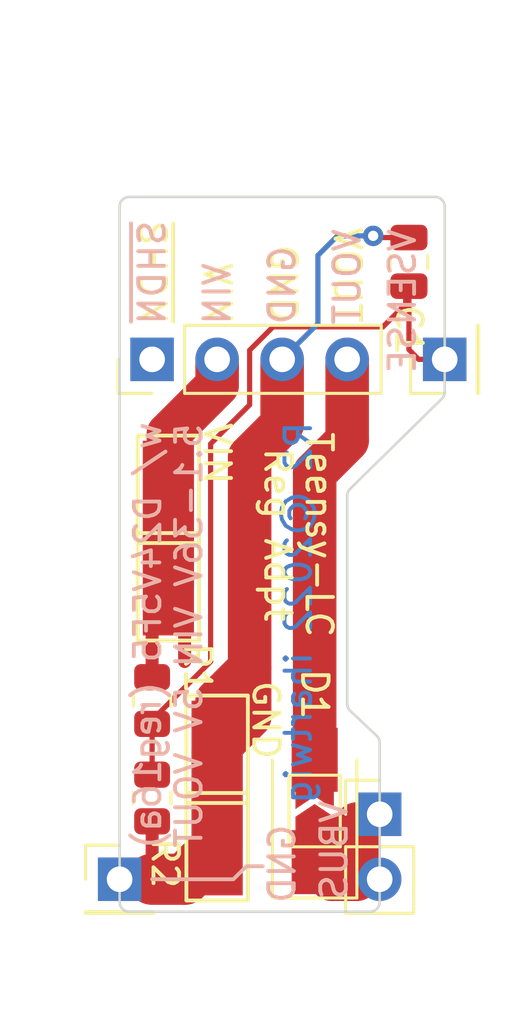
<source format=kicad_pcb>
(kicad_pcb (version 20211014) (generator pcbnew)
  (layers (0 "F.Cu" signal) (31 "B.Cu" signal) (34 "B.Paste" user) (35 "F.Paste" user) (36 "B.SilkS" user "B.Silkscreen") (37 "F.SilkS" user "F.Silkscreen") (38 "B.Mask" user) (39 "F.Mask" user) (44 "Edge.Cuts" user))
  (net 0 "")
  (net 1 "GND")
  (net 3 "+12V")
  (net 4 "+5V")
  (net 5 "/P12V_SENSE")
  (net 6 "/VBUS")
  (footprint "Connector_PinHeader_2.54mm:PinHeader_1x01_P2.54mm_Vertical" (layer "F.Cu") (at 161.29 88.9 90)
    (fp_text reference "J4" hide)
    (fp_text value "Conn_01x01")
    (fp_line (start -1.33 1.33) (end 1.33 1.33) (layer "F.SilkS") (width 0.12))
    (fp_line (start -1.33 1.27) (end -1.33 1.33) (layer "F.SilkS") (width 0.12))
    (fp_line (start -1.33 1.27) (end 1.33 1.27) (layer "F.SilkS") (width 0.12))
    (fp_line (start 1.33 1.27) (end 1.33 1.33) (layer "F.SilkS") (width 0.12))
    (fp_line (start -1.33 -1.33) (end 0 -1.33) (layer "F.SilkS") (width 0.12))
    (fp_line (start -1.33 0) (end -1.33 -1.33) (layer "F.SilkS") (width 0.12))
    (pad "1" thru_hole rect (at 0 0 90) (size 1.7 1.7) (drill 1) (layers *.Cu *.Mask) (net 5 "/P12V_SENSE"))
  )
  (footprint "TestPoint:TestPoint_Keystone_5019_Minature" (layer "F.Cu") (at 150.495 93.98 90)
    (fp_text reference "TP3" hide)
    (fp_text value "TestPoint")
    (fp_line (start -2.1 -1.2) (end 2.1 -1.2) (layer "F.SilkS") (width 0.15))
    (fp_line (start 2.1 1.2) (end -2.1 1.2) (layer "F.SilkS") (width 0.15))
    (fp_line (start -2.1 1.2) (end -2.1 -1.2) (layer "F.SilkS") (width 0.15))
    (fp_line (start 2.1 -1.2) (end 2.1 1.2) (layer "F.SilkS") (width 0.15))
    (pad "1" smd rect (at 0 0 90) (size 3.8 2) (layers "F.Cu" "F.Paste" "F.Mask") (net 3 "+12V"))
  )
  (footprint "TestPoint:TestPoint_Keystone_5019_Minature" (layer "F.Cu") (at 152.4 107.95 90)
    (fp_text reference "TP2" hide)
    (fp_text value "TestPoint")
    (fp_line (start -2.1 1.2) (end -2.1 -1.2) (layer "F.SilkS") (width 0.15))
    (fp_line (start 2.1 1.2) (end -2.1 1.2) (layer "F.SilkS") (width 0.15))
    (fp_line (start 2.1 -1.2) (end 2.1 1.2) (layer "F.SilkS") (width 0.15))
    (fp_line (start -2.1 -1.2) (end 2.1 -1.2) (layer "F.SilkS") (width 0.15))
    (pad "1" smd rect (at 0 0 90) (size 3.8 2) (layers "F.Cu" "F.Paste" "F.Mask") (net 1 "GND"))
  )
  (footprint "Connector_PinHeader_2.54mm:PinHeader_1x04_P2.54mm_Vertical" (layer "F.Cu") (at 149.86 88.9 90)
    (fp_text reference "J2" hide)
    (fp_text value "Conn_01x04")
    (fp_line (start -1.33 -1.33) (end 0 -1.33) (layer "F.SilkS") (width 0.12))
    (fp_line (start -1.33 8.95) (end 1.33 8.95) (layer "F.SilkS") (width 0.12))
    (fp_line (start -1.33 1.27) (end -1.33 8.95) (layer "F.SilkS") (width 0.12))
    (fp_line (start -1.33 0) (end -1.33 -1.33) (layer "F.SilkS") (width 0.12))
    (fp_line (start 1.33 1.27) (end 1.33 8.95) (layer "F.SilkS") (width 0.12))
    (fp_line (start -1.33 1.27) (end 1.33 1.27) (layer "F.SilkS") (width 0.12))
    (pad "1" thru_hole rect (at 0 0 90) (size 1.7 1.7) (drill 1) (layers *.Cu *.Mask))
    (pad "2" thru_hole oval (at 0 2.54 90) (size 1.7 1.7) (drill 1) (layers *.Cu *.Mask) (net 3 "+12V"))
    (pad "3" thru_hole oval (at 0 5.08 90) (size 1.7 1.7) (drill 1) (layers *.Cu *.Mask) (net 1 "GND"))
    (pad "4" thru_hole oval (at 0 7.62 90) (size 1.7 1.7) (drill 1) (layers *.Cu *.Mask) (net 4 "+5V"))
  )
  (footprint "Resistor_SMD:R_0805_2012Metric" (layer "F.Cu") (at 149.86 102.235 -90)
    (fp_text reference "R1" (at -1.27 -1.778 -90 unlocked) (layer "F.SilkS"))
    (fp_text value "R_Small")
    (fp_line (start -0.227064 0.735) (end 0.227064 0.735) (layer "F.SilkS") (width 0.12))
    (fp_line (start -0.227064 -0.735) (end 0.227064 -0.735) (layer "F.SilkS") (width 0.12))
    (pad "1" smd roundrect (at -0.9125 0 270) (size 1.025 1.4) (layers "F.Cu" "F.Paste" "F.Mask") (roundrect_rratio 0.243902439) (net 3 "+12V"))
    (pad "2" smd roundrect (at 0.9125 0 270) (size 1.025 1.4) (layers "F.Cu" "F.Paste" "F.Mask") (roundrect_rratio 0.243902439) (net 5 "/P12V_SENSE"))
  )
  (footprint "Jumper:SolderJumper-2_P1.3mm_Open_TrianglePad1.0x1.5mm" (layer "F.Cu") (at 156.21 106.553 90)
    (fp_text reference "JP1" hide)
    (fp_text value "SolderJumper_2_Open")
    (fp_line (start -1.4 -1) (end 1.4 -1) (layer "F.SilkS") (width 0.12))
    (fp_line (start 1.4 -1) (end 1.4 1) (layer "F.SilkS") (width 0.12))
    (fp_line (start -1.4 1) (end -1.4 -1) (layer "F.SilkS") (width 0.12))
    (fp_line (start 1.4 1) (end -1.4 1) (layer "F.SilkS") (width 0.12))
    (pad "1" smd custom (at -0.725 0 90) (size 0.3 0.3) (layers "F.Cu" "F.Mask") (net 6 "/VBUS") (options (clearance outline) (anchor rect)) (primitives (gr_poly (pts (xy 1 0) (xy 0.5 0.75) (xy -0.5 0.75) (xy -0.5 -0.75) (xy 0.5 -0.75)) (width 0) (fill yes))))
    (pad "2" smd custom (at 0.725 0 90) (size 0.3 0.3) (layers "F.Cu" "F.Mask") (net 4 "+5V") (options (clearance outline) (anchor rect)) (primitives (gr_poly (pts (xy 0.5 0.75) (xy -0.65 0.75) (xy -0.15 0) (xy -0.65 -0.75) (xy 0.5 -0.75)) (width 0) (fill yes))))
  )
  (footprint "Connector_PinHeader_2.54mm:PinHeader_1x02_P2.54mm_Vertical" (layer "F.Cu") (at 158.75 106.68)
    (fp_text reference "J3" hide)
    (fp_text value "Conn_01x02")
    (fp_line (start 1.33 1.27) (end 1.33 3.87) (layer "F.SilkS") (width 0.12))
    (fp_line (start -1.33 3.87) (end 1.33 3.87) (layer "F.SilkS") (width 0.12))
    (fp_line (start -1.33 0) (end -1.33 -1.33) (layer "F.SilkS") (width 0.12))
    (fp_line (start -1.33 -1.33) (end 0 -1.33) (layer "F.SilkS") (width 0.12))
    (fp_line (start -1.33 1.27) (end 1.33 1.27) (layer "F.SilkS") (width 0.12))
    (fp_line (start -1.33 1.27) (end -1.33 3.87) (layer "F.SilkS") (width 0.12))
    (pad "1" thru_hole rect (at 0 0) (size 1.7 1.7) (drill 1) (layers *.Cu *.Mask) (net 6 "/VBUS"))
    (pad "2" thru_hole oval (at 0 2.54) (size 1.7 1.7) (drill 1) (layers *.Cu *.Mask) (net 6 "/VBUS"))
  )
  (footprint "Diode_SMD:D_SMA" (layer "F.Cu") (at 156.21 106.553 90)
    (fp_text reference "D1" (at 4.572 0 270 unlocked) (layer "F.SilkS"))
    (fp_text value "SK220")
    (fp_line (start -3.4 -1.65) (end -3.4 1.65) (layer "F.SilkS") (width 0.12))
    (fp_line (start -3.4 -1.65) (end 2 -1.65) (layer "F.SilkS") (width 0.12))
    (fp_line (start -3.4 1.65) (end 2 1.65) (layer "F.SilkS") (width 0.12))
    (pad "1" smd rect (at -2 0 90) (size 2.5 1.8) (layers "F.Cu" "F.Paste" "F.Mask") (net 6 "/VBUS"))
    (pad "2" smd rect (at 2 0 90) (size 2.5 1.8) (layers "F.Cu" "F.Paste" "F.Mask") (net 4 "+5V"))
  )
  (footprint "TestPoint:TestPoint_Keystone_5019_Minature" (layer "F.Cu") (at 150.495 97.79 90)
    (fp_text reference "TP1" hide)
    (fp_text value "TestPoint")
    (fp_line (start -2.1 1.2) (end -2.1 -1.2) (layer "F.SilkS") (width 0.15))
    (fp_line (start 2.1 1.2) (end -2.1 1.2) (layer "F.SilkS") (width 0.15))
    (fp_line (start -2.1 -1.2) (end 2.1 -1.2) (layer "F.SilkS") (width 0.15))
    (fp_line (start 2.1 -1.2) (end 2.1 1.2) (layer "F.SilkS") (width 0.15))
    (pad "1" smd rect (at 0 0 90) (size 3.8 2) (layers "F.Cu" "F.Paste" "F.Mask") (net 3 "+12V"))
  )
  (footprint "Resistor_SMD:R_0805_2012Metric" (layer "F.Cu") (at 149.86 106.045 -90)
    (fp_text reference "R2" (at 2.54 -0.508 -90 unlocked) (layer "F.SilkS"))
    (fp_text value "R_Small")
    (fp_line (start -0.227064 -0.735) (end 0.227064 -0.735) (layer "F.SilkS") (width 0.12))
    (fp_line (start -0.227064 0.735) (end 0.227064 0.735) (layer "F.SilkS") (width 0.12))
    (pad "1" smd roundrect (at -0.9125 0 270) (size 1.025 1.4) (layers "F.Cu" "F.Paste" "F.Mask") (roundrect_rratio 0.243902439) (net 5 "/P12V_SENSE"))
    (pad "2" smd roundrect (at 0.9125 0 270) (size 1.025 1.4) (layers "F.Cu" "F.Paste" "F.Mask") (roundrect_rratio 0.243902439) (net 1 "GND"))
  )
  (footprint "Connector_PinHeader_2.54mm:PinHeader_1x01_P2.54mm_Vertical" (layer "F.Cu") (at 148.59 109.22)
    (fp_text reference "J1" hide)
    (fp_text value "Conn_01x01")
    (fp_line (start -1.33 1.33) (end 1.33 1.33) (layer "F.SilkS") (width 0.12))
    (fp_line (start -1.33 0) (end -1.33 -1.33) (layer "F.SilkS") (width 0.12))
    (fp_line (start -1.33 1.27) (end 1.33 1.27) (layer "F.SilkS") (width 0.12))
    (fp_line (start -1.33 -1.33) (end 0 -1.33) (layer "F.SilkS") (width 0.12))
    (fp_line (start -1.33 1.27) (end -1.33 1.33) (layer "F.SilkS") (width 0.12))
    (fp_line (start 1.33 1.27) (end 1.33 1.33) (layer "F.SilkS") (width 0.12))
    (pad "1" thru_hole rect (at 0 0) (size 1.7 1.7) (drill 1) (layers *.Cu *.Mask) (net 1 "GND"))
  )
  (footprint "Capacitor_SMD:C_0805_2012Metric" (layer "F.Cu") (at 159.893 85.09 90)
    (fp_text reference "C1" (at -2.667 0 270 unlocked) (layer "F.SilkS"))
    (fp_text value "C_Small")
    (fp_line (start -0.261252 -0.735) (end 0.261252 -0.735) (layer "F.SilkS") (width 0.12))
    (fp_line (start -0.261252 0.735) (end 0.261252 0.735) (layer "F.SilkS") (width 0.12))
    (pad "1" smd roundrect (at -0.95 0 90) (size 1 1.45) (layers "F.Cu" "F.Paste" "F.Mask") (net 5 "/P12V_SENSE"))
    (pad "2" smd roundrect (at 0.95 0 90) (size 1 1.45) (layers "F.Cu" "F.Paste" "F.Mask") (net 1 "GND"))
  )
  (footprint "TestPoint:TestPoint_Keystone_5019_Minature" (layer "F.Cu") (at 152.4 104.14 90)
    (fp_text reference "TP4" hide)
    (fp_text value "TestPoint")
    (fp_line (start 2.1 -1.2) (end 2.1 1.2) (layer "F.SilkS") (width 0.15))
    (fp_line (start 2.1 1.2) (end -2.1 1.2) (layer "F.SilkS") (width 0.15))
    (fp_line (start -2.1 1.2) (end -2.1 -1.2) (layer "F.SilkS") (width 0.15))
    (fp_line (start -2.1 -1.2) (end 2.1 -1.2) (layer "F.SilkS") (width 0.15))
    (pad "1" smd rect (at 0 0 90) (size 3.8 2) (layers "F.Cu" "F.Paste" "F.Mask") (net 1 "GND"))
  )
  (gr_line (start 153.543 108.712) (end 154.178 108.712) (layer "B.SilkS") (width 0.15))
  (gr_line (start 153.035 109.22) (end 153.543 108.712) (layer "B.SilkS") (width 0.15))
  (gr_line (start 149.86 109.22) (end 153.035 109.22) (layer "B.SilkS") (width 0.15))
  (gr_line (start 161.29 82.931) (end 161.29 90.17) (layer "Edge.Cuts") (width 0.1))
  (gr_line (start 158.638398 103.616597) (end 157.591592 102.631408) (layer "Edge.Cuts") (width 0.1))
  (gr_line (start 161.178408 90.439408) (end 157.591592 93.964592) (layer "Edge.Cuts") (width 0.1))
  (gr_arc (start 158.75 110.109) (mid 158.638408 110.378408) (end 158.369 110.49) (layer "Edge.Cuts") (width 0.1))
  (gr_arc (start 148.971 110.49) (mid 148.701592 110.378408) (end 148.59 110.109) (layer "Edge.Cuts") (width 0.1))
  (gr_line (start 157.48 94.234) (end 157.48 102.362) (layer "Edge.Cuts") (width 0.1))
  (gr_arc (start 158.638398 103.616597) (mid 158.720989 103.740202) (end 158.74999 103.886005) (layer "Edge.Cuts") (width 0.1))
  (gr_line (start 148.971 82.55) (end 160.909 82.55) (layer "Edge.Cuts") (width 0.1))
  (gr_arc (start 157.591592 102.631408) (mid 157.509001 102.507803) (end 157.48 102.362) (layer "Edge.Cuts") (width 0.1))
  (gr_arc (start 157.48 94.234) (mid 157.509002 94.088198) (end 157.591592 93.964592) (layer "Edge.Cuts") (width 0.1))
  (gr_line (start 148.59 110.109) (end 148.59 82.931) (layer "Edge.Cuts") (width 0.1))
  (gr_arc (start 148.59 82.931) (mid 148.701592 82.661592) (end 148.971 82.55) (layer "Edge.Cuts") (width 0.1))
  (gr_line (start 158.74999 103.886005) (end 158.75 110.109) (layer "Edge.Cuts") (width 0.1))
  (gr_line (start 158.369 110.49) (end 148.971 110.49) (layer "Edge.Cuts") (width 0.1))
  (gr_arc (start 161.29 90.17) (mid 161.260998 90.315802) (end 161.178408 90.439408) (layer "Edge.Cuts") (width 0.1))
  (gr_arc (start 160.909 82.55) (mid 161.178408 82.661592) (end 161.29 82.931) (layer "Edge.Cuts") (width 0.1))
  (gr_text "R2 ©2022 ihartwig" (at 155.575 98.806 90) (layer "B.Cu") (effects (font (size 1 1) (thickness 0.1524)) (justify mirror)))
  (gr_text "GND" (at 154.94 110.236 90) (layer "B.SilkS") (effects (font (size 1 1)) (justify right mirror)))
  (gr_text "w/ D24V5F5 (reg16a)\n5.1-36V VIN 5V VOUT" (at 150.495 99.695 90) (layer "B.SilkS") (effects (font (size 1 1)) (justify mirror)))
  (gr_text "VSENSE" (at 159.639 89.535 90) (layer "B.SilkS") (effects (font (size 1 1)) (justify right mirror)))
  (gr_text "VBUS" (at 156.972 110.109 90) (layer "B.SilkS") (effects (font (size 1 1)) (justify right mirror)))
  (gr_text "VOUT" (at 157.48 87.63 90) (layer "B.SilkS") (effects (font (size 1 1)) (justify right mirror)))
  (gr_text "~{SHDN}" (at 149.86 87.63 90) (layer "B.SilkS") (effects (font (size 1 1)) (justify right mirror)))
  (gr_text "GND" (at 154.94 87.63 90) (layer "B.SilkS") (effects (font (size 1 1)) (justify right mirror)))
  (gr_text "VIN" (at 152.4 87.63 90) (layer "B.SilkS") (effects (font (size 1 1)) (justify right mirror)))
  (gr_text "GND" (at 154.97 87.57 270) (layer "F.SilkS") (effects (font (size 1 1)) (justify right)))
  (gr_text "GND" (at 154.305 102.997 270) (layer "F.SilkS") (effects (font (size 1 1))))
  (gr_text "Teensy-LC\nReg Adpt" (at 155.575 95.758 270) (layer "F.SilkS") (effects (font (size 1 1))))
  (gr_text "VIN" (at 152.4 92.583 270) (layer "F.SilkS") (effects (font (size 1 1))))
  (gr_text "VIN" (at 152.4 87.63 270) (layer "F.SilkS") (effects (font (size 1 1)) (justify right)))
  (gr_text "VOUT" (at 157.48 87.57 270) (layer "F.SilkS") (effects (font (size 1 1)) (justify right)))
  (gr_text "~{SHDN}" (at 149.86 87.63 270) (layer "F.SilkS") (effects (font (size 1 1)) (justify right)))
  (segment (start 153.67 102.87) (end 152.4 104.14) (width 1.7) (layer "F.Cu") (net 1))
  (segment (start 152.4 107.95) (end 151.13 109.22) (width 2) (layer "F.Cu") (net 1))
  (segment (start 151.13 109.22) (end 149.86 109.22) (width 2) (layer "F.Cu") (net 1))
  (segment (start 153.67 100.965) (end 152.4 102.235) (width 1.7) (layer "F.Cu") (net 1))
  (segment (start 153.67 100.965) (end 153.67 102.87) (width 1.7) (layer "F.Cu") (net 1))
  (segment (start 159.766 84.14) (end 158.562 84.14) (width 0.2032) (layer "F.Cu") (net 1))
  (segment (start 152.4 104.14) (end 152.4 107.95) (width 2) (layer "F.Cu") (net 1))
  (segment (start 154.94 88.9) (end 154.94 91.44) (width 1.7) (layer "F.Cu") (net 1))
  (segment (start 149.86 106.9575) (end 149.86 109.22) (width 0.508) (layer "F.Cu") (net 1))
  (segment (start 154.94 91.44) (end 153.67 92.71) (width 1.7) (layer "F.Cu") (net 1))
  (segment (start 153.67 92.71) (end 153.67 100.965) (width 1.7) (layer "F.Cu") (net 1))
  (segment (start 158.562 84.14) (end 158.496 84.074) (width 0.2032) (layer "F.Cu") (net 1))
  (via (at 158.496 84.074) (size 0.8) (drill 0.4) (layers "F.Cu" "B.Cu") (net 1))
  (segment (start 156.337 87.503) (end 156.337 84.836) (width 0.2032) (layer "B.Cu") (net 1))
  (segment (start 158.496 84.074) (end 157.099 84.074) (width 0.2032) (layer "B.Cu") (net 1))
  (segment (start 157.099 84.074) (end 156.337 84.836) (width 0.2032) (layer "B.Cu") (net 1))
  (segment (start 154.94 88.9) (end 156.337 87.503) (width 0.2032) (layer "B.Cu") (net 1))
  (segment (start 150.495 91.821) (end 150.495 93.98) (width 1.7) (layer "F.Cu") (net 3))
  (segment (start 152.4 89.916) (end 150.495 91.821) (width 1.7) (layer "F.Cu") (net 3))
  (segment (start 150.495 97.79) (end 151.13 98.425) (width 0.508) (layer "F.Cu") (net 3))
  (segment (start 151.13 98.171) (end 151.13 100.711) (width 0.508) (layer "F.Cu") (net 3))
  (segment (start 149.86 98.425) (end 150.495 97.79) (width 0.508) (layer "F.Cu") (net 3))
  (segment (start 149.86 101.3225) (end 149.86 98.425) (width 0.508) (layer "F.Cu") (net 3))
  (segment (start 152.4 88.9) (end 152.4 89.916) (width 1.7) (layer "F.Cu") (net 3))
  (segment (start 150.495 97.79) (end 150.495 92.71) (width 2) (layer "F.Cu") (net 3))
  (segment (start 157.48 88.9) (end 157.48 92.075) (width 1.7) (layer "F.Cu") (net 4))
  (segment (start 156.21 93.345) (end 156.21 104.553) (width 1.7) (layer "F.Cu") (net 4))
  (segment (start 157.48 92.075) (end 156.21 93.345) (width 1.7) (layer "F.Cu") (net 4))
  (segment (start 154.582082 87.63) (end 153.67 88.542082) (width 0.2032) (layer "F.Cu") (net 5))
  (segment (start 159.893 88.519) (end 160.274 88.9) (width 0.2032) (layer "F.Cu") (net 5))
  (segment (start 153.67 88.542082) (end 153.67 90.678) (width 0.2032) (layer "F.Cu") (net 5))
  (segment (start 159.893 86.04) (end 159.893 86.995) (width 0.2032) (layer "F.Cu") (net 5))
  (segment (start 149.86 105.1325) (end 149.86 103.1475) (width 0.2032) (layer "F.Cu") (net 5))
  (segment (start 152.146 92.202) (end 152.146 100.711) (width 0.2032) (layer "F.Cu") (net 5))
  (segment (start 153.67 90.678) (end 152.146 92.202) (width 0.2032) (layer "F.Cu") (net 5))
  (segment (start 159.766 86.04) (end 159.766 86.741) (width 0.2032) (layer "F.Cu") (net 5))
  (segment (start 159.893 86.995) (end 159.893 88.519) (width 0.2032) (layer "F.Cu") (net 5))
  (segment (start 158.877 87.63) (end 154.582082 87.63) (width 0.2032) (layer "F.Cu") (net 5))
  (segment (start 159.766 86.741) (end 159.639 86.868) (width 0.2032) (layer "F.Cu") (net 5))
  (segment (start 152.146 100.711) (end 149.86 102.997) (width 0.2032) (layer "F.Cu") (net 5))
  (segment (start 160.274 88.9) (end 161.29 88.9) (width 0.2032) (layer "F.Cu") (net 5))
  (segment (start 159.766 86.868) (end 159.639 86.868) (width 0.2032) (layer "F.Cu") (net 5))
  (segment (start 159.639 86.868) (end 158.877 87.63) (width 0.2032) (layer "F.Cu") (net 5))
  (segment (start 149.86 102.997) (end 149.86 103.1475) (width 0.2032) (layer "F.Cu") (net 5))
  (segment (start 159.893 86.995) (end 159.766 86.868) (width 0.2032) (layer "F.Cu") (net 5))
  (segment (start 156.369246 108.553) (end 156.21 108.553) (width 1.7) (layer "F.Cu") (net 6))
  (segment (start 157.861 107.061246) (end 157.861 109.22) (width 1.7) (layer "F.Cu") (net 6))
  (segment (start 157.861 109.22) (end 156.877 109.22) (width 1.7) (layer "F.Cu") (net 6))
  (segment (start 156.877 109.22) (end 156.21 108.553) (width 1.7) (layer "F.Cu") (net 6))
  (segment (start 157.861 107.061246) (end 156.369246 108.553) (width 1.7) (layer "F.Cu") (net 6))
)
</source>
